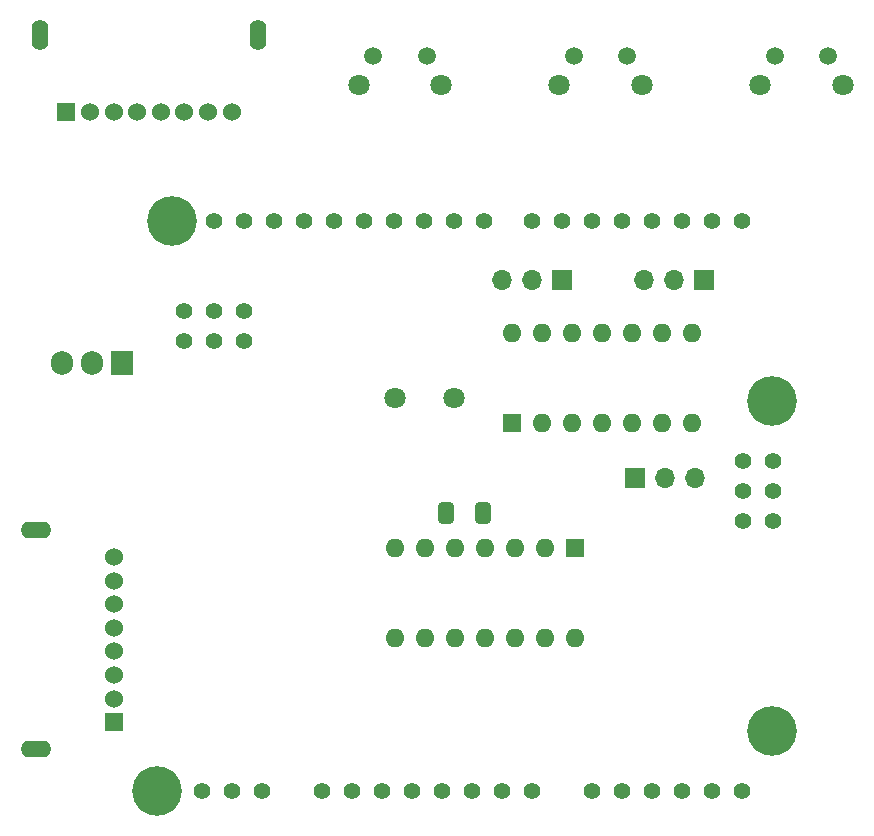
<source format=gbr>
%TF.GenerationSoftware,KiCad,Pcbnew,8.0.2*%
%TF.CreationDate,2024-04-30T14:50:30+02:00*%
%TF.ProjectId,Bachelor Shield,42616368-656c-46f7-9220-536869656c64,1.0*%
%TF.SameCoordinates,Original*%
%TF.FileFunction,Soldermask,Bot*%
%TF.FilePolarity,Negative*%
%FSLAX46Y46*%
G04 Gerber Fmt 4.6, Leading zero omitted, Abs format (unit mm)*
G04 Created by KiCad (PCBNEW 8.0.2) date 2024-04-30 14:50:30*
%MOMM*%
%LPD*%
G01*
G04 APERTURE LIST*
G04 Aperture macros list*
%AMRoundRect*
0 Rectangle with rounded corners*
0 $1 Rounding radius*
0 $2 $3 $4 $5 $6 $7 $8 $9 X,Y pos of 4 corners*
0 Add a 4 corners polygon primitive as box body*
4,1,4,$2,$3,$4,$5,$6,$7,$8,$9,$2,$3,0*
0 Add four circle primitives for the rounded corners*
1,1,$1+$1,$2,$3*
1,1,$1+$1,$4,$5*
1,1,$1+$1,$6,$7*
1,1,$1+$1,$8,$9*
0 Add four rect primitives between the rounded corners*
20,1,$1+$1,$2,$3,$4,$5,0*
20,1,$1+$1,$4,$5,$6,$7,0*
20,1,$1+$1,$6,$7,$8,$9,0*
20,1,$1+$1,$8,$9,$2,$3,0*%
G04 Aperture macros list end*
%ADD10R,1.700000X1.700000*%
%ADD11O,1.700000X1.700000*%
%ADD12C,1.498600*%
%ADD13C,1.803400*%
%ADD14C,1.422000*%
%ADD15R,1.600000X1.600000*%
%ADD16O,1.600000X1.600000*%
%ADD17R,1.524000X1.524000*%
%ADD18C,1.524000*%
%ADD19O,2.600000X1.400000*%
%ADD20O,1.400000X2.600000*%
%ADD21C,4.199890*%
%ADD22R,1.905000X2.000000*%
%ADD23O,1.905000X2.000000*%
%ADD24RoundRect,0.250000X-0.412500X-0.650000X0.412500X-0.650000X0.412500X0.650000X-0.412500X0.650000X0*%
G04 APERTURE END LIST*
D10*
%TO.C,J4*%
X128170000Y-84750000D03*
D11*
X130710000Y-84750000D03*
X133250000Y-84750000D03*
%TD*%
D12*
%TO.C,SW3*%
X127500000Y-49000000D03*
X122999999Y-49000000D03*
D13*
X128755000Y-51490299D03*
X121744999Y-51490299D03*
%TD*%
D14*
%TO.C,U1*%
X91474990Y-111277510D03*
X94014990Y-111277510D03*
X96554990Y-111277510D03*
%TD*%
D15*
%TO.C,U9*%
X123090000Y-90637500D03*
D16*
X120550000Y-90637500D03*
X118010000Y-90637500D03*
X115470000Y-90637500D03*
X112930000Y-90637500D03*
X110390000Y-90637500D03*
X107850000Y-90637500D03*
X107850000Y-98257500D03*
X110390000Y-98257500D03*
X112930000Y-98257500D03*
X115470000Y-98257500D03*
X118010000Y-98257500D03*
X120550000Y-98257500D03*
X123090000Y-98257500D03*
%TD*%
D17*
%TO.C,J2*%
X84000000Y-105437500D03*
D18*
X84000000Y-103437500D03*
X84000000Y-101437500D03*
X84000000Y-99437500D03*
X84000000Y-97437500D03*
X84000000Y-95437500D03*
X84000000Y-93437500D03*
X84000000Y-91437500D03*
D19*
X77450000Y-107687500D03*
X77450000Y-89187500D03*
%TD*%
D15*
%TO.C,U10*%
X117760000Y-80120000D03*
D16*
X120300000Y-80120000D03*
X122840000Y-80120000D03*
X125380000Y-80120000D03*
X127920000Y-80120000D03*
X130460000Y-80120000D03*
X133000000Y-80120000D03*
X133000000Y-72500000D03*
X130460000Y-72500000D03*
X127920000Y-72500000D03*
X125380000Y-72500000D03*
X122840000Y-72500000D03*
X120300000Y-72500000D03*
X117760000Y-72500000D03*
%TD*%
D17*
%TO.C,J3*%
X80000000Y-53800000D03*
D18*
X82000000Y-53800000D03*
X84000000Y-53800000D03*
X86000000Y-53800000D03*
X88000000Y-53800000D03*
X90000000Y-53800000D03*
X92000000Y-53800000D03*
X94000000Y-53800000D03*
D20*
X77750000Y-47250000D03*
X96250000Y-47250000D03*
%TD*%
D10*
%TO.C,J6*%
X122000000Y-68000000D03*
D11*
X119460000Y-68000000D03*
X116920000Y-68000000D03*
%TD*%
D14*
%TO.C,U5*%
X137301990Y-83352510D03*
X139841990Y-83352510D03*
X137301990Y-85892510D03*
X139841990Y-85892510D03*
X137301990Y-88432510D03*
X139841990Y-88432510D03*
%TD*%
D10*
%TO.C,J5*%
X134025000Y-68000000D03*
D11*
X131485000Y-68000000D03*
X128945000Y-68000000D03*
%TD*%
D12*
%TO.C,SW1*%
X110500000Y-49000000D03*
X105999999Y-49000000D03*
D13*
X111755000Y-51490299D03*
X104744999Y-51490299D03*
%TD*%
D21*
%TO.C,H1*%
X139720000Y-78257510D03*
%TD*%
D14*
%TO.C,U7*%
X119399990Y-63017510D03*
X121939990Y-63017510D03*
X124479990Y-63017510D03*
X127019990Y-63017510D03*
X129559990Y-63017510D03*
X132099990Y-63017510D03*
X134639990Y-63017510D03*
X137179990Y-63017510D03*
%TD*%
D22*
%TO.C,U8*%
X84750000Y-75000000D03*
D23*
X82210000Y-75000000D03*
X79670000Y-75000000D03*
%TD*%
D14*
%TO.C,U6*%
X92476000Y-63017500D03*
X95016000Y-63017500D03*
X97556000Y-63017500D03*
X100096000Y-63017500D03*
X102636000Y-63017500D03*
X105176000Y-63017500D03*
X107716000Y-63017500D03*
X110256000Y-63017500D03*
X112796000Y-63017500D03*
X115336000Y-63017500D03*
%TD*%
D21*
%TO.C,H4*%
X87650000Y-111277500D03*
%TD*%
D14*
%TO.C,U3*%
X124480000Y-111277500D03*
X127020000Y-111277500D03*
X129560000Y-111277500D03*
X132100000Y-111277500D03*
X134640000Y-111277500D03*
X137180000Y-111277500D03*
%TD*%
%TO.C,U2*%
X101620000Y-111277500D03*
X104160000Y-111277500D03*
X106700000Y-111277500D03*
X109240000Y-111277500D03*
X111780000Y-111277500D03*
X114320000Y-111277500D03*
X116860000Y-111277500D03*
X119400000Y-111277500D03*
%TD*%
D13*
%TO.C,J1*%
X107854900Y-78000000D03*
X112854900Y-78000000D03*
%TD*%
D12*
%TO.C,SW2*%
X144500000Y-49000000D03*
X139999999Y-49000000D03*
D13*
X145755000Y-51490299D03*
X138744999Y-51490299D03*
%TD*%
D21*
%TO.C,H2*%
X88919990Y-63017510D03*
%TD*%
D14*
%TO.C,U4*%
X95016000Y-70586700D03*
X95016000Y-73126700D03*
X92476000Y-70586700D03*
X92476000Y-73126700D03*
X89936000Y-70586700D03*
X89936000Y-73126700D03*
%TD*%
D21*
%TO.C,H3*%
X139720000Y-106197500D03*
%TD*%
D24*
%TO.C,C11*%
X112125000Y-87750000D03*
X115250000Y-87750000D03*
%TD*%
M02*

</source>
